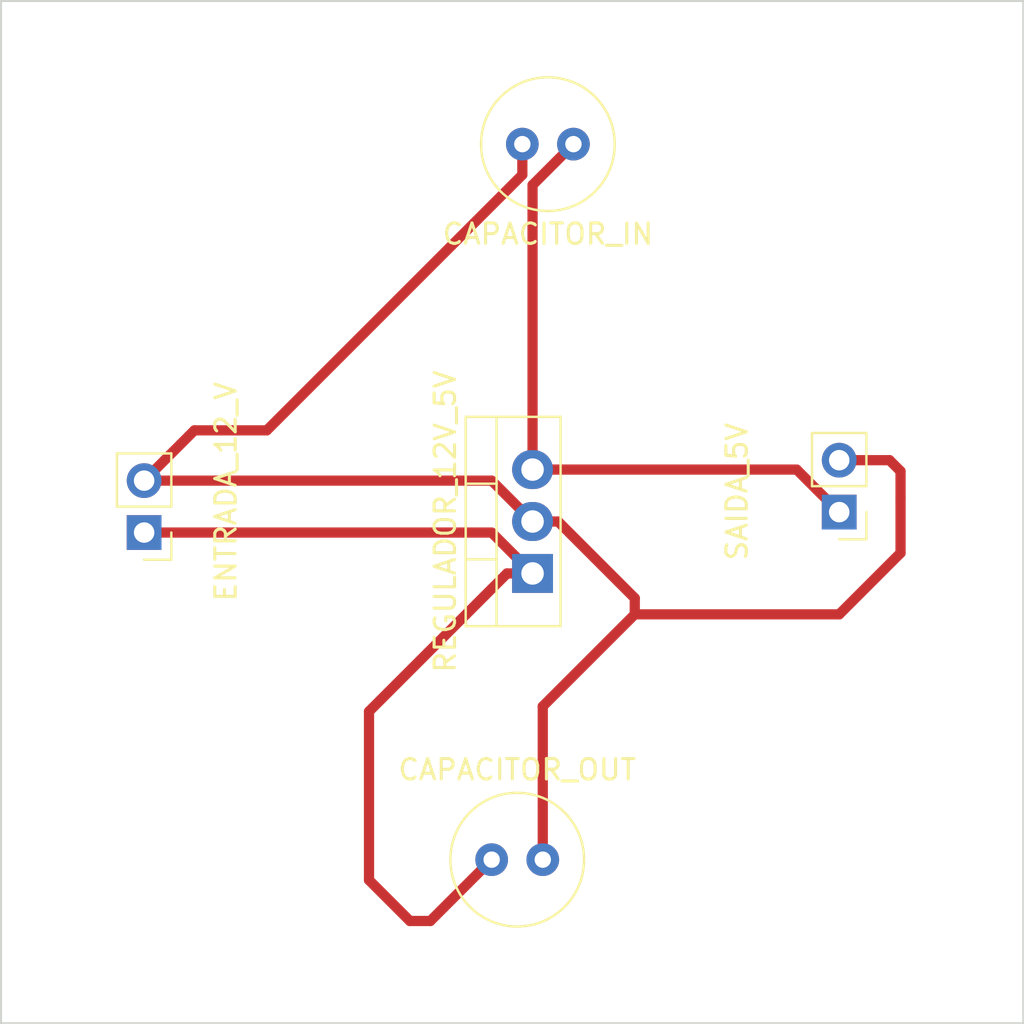
<source format=kicad_pcb>
(kicad_pcb (version 20171130) (host pcbnew 5.1.5-52549c5~86~ubuntu18.04.1)

  (general
    (thickness 1.6)
    (drawings 4)
    (tracks 31)
    (zones 0)
    (modules 5)
    (nets 4)
  )

  (page A4)
  (layers
    (0 F.Cu signal)
    (31 B.Cu signal)
    (32 B.Adhes user)
    (33 F.Adhes user)
    (34 B.Paste user)
    (35 F.Paste user)
    (36 B.SilkS user)
    (37 F.SilkS user)
    (38 B.Mask user)
    (39 F.Mask user)
    (40 Dwgs.User user)
    (41 Cmts.User user)
    (42 Eco1.User user)
    (43 Eco2.User user)
    (44 Edge.Cuts user)
    (45 Margin user)
    (46 B.CrtYd user)
    (47 F.CrtYd user)
    (48 B.Fab user)
    (49 F.Fab user)
  )

  (setup
    (last_trace_width 0.25)
    (user_trace_width 50)
    (trace_clearance 0.2)
    (zone_clearance 0.508)
    (zone_45_only no)
    (trace_min 0.2)
    (via_size 0.8)
    (via_drill 0.4)
    (via_min_size 0.4)
    (via_min_drill 0.3)
    (uvia_size 0.3)
    (uvia_drill 0.1)
    (uvias_allowed no)
    (uvia_min_size 0.2)
    (uvia_min_drill 0.1)
    (edge_width 0.05)
    (segment_width 0.2)
    (pcb_text_width 0.3)
    (pcb_text_size 1.5 1.5)
    (mod_edge_width 0.12)
    (mod_text_size 1 1)
    (mod_text_width 0.15)
    (pad_size 1.524 1.524)
    (pad_drill 0.762)
    (pad_to_mask_clearance 0.051)
    (solder_mask_min_width 0.25)
    (aux_axis_origin 160 70)
    (visible_elements 7FFFFFFF)
    (pcbplotparams
      (layerselection 0x010fc_ffffffff)
      (usegerberextensions false)
      (usegerberattributes false)
      (usegerberadvancedattributes false)
      (creategerberjobfile false)
      (excludeedgelayer true)
      (linewidth 0.100000)
      (plotframeref false)
      (viasonmask false)
      (mode 1)
      (useauxorigin false)
      (hpglpennumber 1)
      (hpglpenspeed 20)
      (hpglpendiameter 15.000000)
      (psnegative false)
      (psa4output false)
      (plotreference true)
      (plotvalue true)
      (plotinvisibletext false)
      (padsonsilk false)
      (subtractmaskfromsilk false)
      (outputformat 1)
      (mirror false)
      (drillshape 1)
      (scaleselection 1)
      (outputdirectory ""))
  )

  (net 0 "")
  (net 1 "Net-(C1-Pad2)")
  (net 2 "Net-(C1-Pad1)")
  (net 3 "Net-(C2-Pad1)")

  (net_class Default "Esta é a classe de rede padrão."
    (clearance 0.2)
    (trace_width 0.25)
    (via_dia 0.8)
    (via_drill 0.4)
    (uvia_dia 0.3)
    (uvia_drill 0.1)
    (add_net "Net-(C1-Pad1)")
    (add_net "Net-(C1-Pad2)")
    (add_net "Net-(C2-Pad1)")
  )

  (module Capacitor_THT:C_Radial_D6.3mm_H5.0mm_P2.50mm (layer F.Cu) (tedit 5BC5C9B9) (tstamp 5E946FE2)
    (at 163 52 180)
    (descr "C, Radial series, Radial, pin pitch=2.50mm, diameter=6.3mm, height=5mm, Non-Polar Electrolytic Capacitor")
    (tags "C Radial series Radial pin pitch 2.50mm diameter 6.3mm height 5mm Non-Polar Electrolytic Capacitor")
    (path /5E6CDEEE)
    (fp_text reference CAPACITOR_IN (at 1.25 -4.4) (layer F.SilkS)
      (effects (font (size 1 1) (thickness 0.15)))
    )
    (fp_text value C (at 1.25 4.4) (layer F.Fab)
      (effects (font (size 1 1) (thickness 0.15)))
    )
    (fp_text user %R (at 1.25 0) (layer F.Fab)
      (effects (font (size 1 1) (thickness 0.15)))
    )
    (fp_circle (center 1.25 0) (end 4.65 0) (layer F.CrtYd) (width 0.05))
    (fp_circle (center 1.25 0) (end 4.52 0) (layer F.SilkS) (width 0.12))
    (fp_circle (center 1.25 0) (end 4.4 0) (layer F.Fab) (width 0.1))
    (pad 2 thru_hole circle (at 2.5 0 180) (size 1.6 1.6) (drill 0.8) (layers *.Cu *.Mask)
      (net 1 "Net-(C1-Pad2)"))
    (pad 1 thru_hole circle (at 0 0 180) (size 1.6 1.6) (drill 0.8) (layers *.Cu *.Mask)
      (net 3 "Net-(C2-Pad1)"))
    (model ${KISYS3DMOD}/Capacitor_THT.3dshapes/C_Radial_D6.3mm_H5.0mm_P2.50mm.wrl
      (at (xyz 0 0 0))
      (scale (xyz 1 1 1))
      (rotate (xyz 0 0 0))
    )
  )

  (module Capacitor_THT:C_Radial_D6.3mm_H5.0mm_P2.50mm (layer F.Cu) (tedit 5BC5C9B9) (tstamp 5E946FD8)
    (at 159 87)
    (descr "C, Radial series, Radial, pin pitch=2.50mm, diameter=6.3mm, height=5mm, Non-Polar Electrolytic Capacitor")
    (tags "C Radial series Radial pin pitch 2.50mm diameter 6.3mm height 5mm Non-Polar Electrolytic Capacitor")
    (path /5E6CD859)
    (fp_text reference CAPACITOR_OUT (at 1.25 -4.4) (layer F.SilkS)
      (effects (font (size 1 1) (thickness 0.15)))
    )
    (fp_text value C (at 1.25 4.4) (layer F.Fab)
      (effects (font (size 1 1) (thickness 0.15)))
    )
    (fp_text user %R (at 1.25 0) (layer F.Fab)
      (effects (font (size 1 1) (thickness 0.15)))
    )
    (fp_circle (center 1.25 0) (end 4.65 0) (layer F.CrtYd) (width 0.05))
    (fp_circle (center 1.25 0) (end 4.52 0) (layer F.SilkS) (width 0.12))
    (fp_circle (center 1.25 0) (end 4.4 0) (layer F.Fab) (width 0.1))
    (pad 2 thru_hole circle (at 2.5 0) (size 1.6 1.6) (drill 0.8) (layers *.Cu *.Mask)
      (net 1 "Net-(C1-Pad2)"))
    (pad 1 thru_hole circle (at 0 0) (size 1.6 1.6) (drill 0.8) (layers *.Cu *.Mask)
      (net 2 "Net-(C1-Pad1)"))
    (model ${KISYS3DMOD}/Capacitor_THT.3dshapes/C_Radial_D6.3mm_H5.0mm_P2.50mm.wrl
      (at (xyz 0 0 0))
      (scale (xyz 1 1 1))
      (rotate (xyz 0 0 0))
    )
  )

  (module Package_TO_SOT_THT:TO-220-3_Vertical (layer F.Cu) (tedit 5AC8BA0D) (tstamp 5E946AD2)
    (at 161 73 90)
    (descr "TO-220-3, Vertical, RM 2.54mm, see https://www.vishay.com/docs/66542/to-220-1.pdf")
    (tags "TO-220-3 Vertical RM 2.54mm")
    (path /5E6E5756)
    (fp_text reference REGULADOR_12V_5V (at 2.54 -4.27 90) (layer F.SilkS)
      (effects (font (size 1 1) (thickness 0.15)))
    )
    (fp_text value LM7805_TO220 (at 2.54 2.5 90) (layer F.Fab)
      (effects (font (size 1 1) (thickness 0.15)))
    )
    (fp_text user %R (at 2.54 -4.27 90) (layer F.Fab)
      (effects (font (size 1 1) (thickness 0.15)))
    )
    (fp_line (start 7.79 -3.4) (end -2.71 -3.4) (layer F.CrtYd) (width 0.05))
    (fp_line (start 7.79 1.51) (end 7.79 -3.4) (layer F.CrtYd) (width 0.05))
    (fp_line (start -2.71 1.51) (end 7.79 1.51) (layer F.CrtYd) (width 0.05))
    (fp_line (start -2.71 -3.4) (end -2.71 1.51) (layer F.CrtYd) (width 0.05))
    (fp_line (start 4.391 -3.27) (end 4.391 -1.76) (layer F.SilkS) (width 0.12))
    (fp_line (start 0.69 -3.27) (end 0.69 -1.76) (layer F.SilkS) (width 0.12))
    (fp_line (start -2.58 -1.76) (end 7.66 -1.76) (layer F.SilkS) (width 0.12))
    (fp_line (start 7.66 -3.27) (end 7.66 1.371) (layer F.SilkS) (width 0.12))
    (fp_line (start -2.58 -3.27) (end -2.58 1.371) (layer F.SilkS) (width 0.12))
    (fp_line (start -2.58 1.371) (end 7.66 1.371) (layer F.SilkS) (width 0.12))
    (fp_line (start -2.58 -3.27) (end 7.66 -3.27) (layer F.SilkS) (width 0.12))
    (fp_line (start 4.39 -3.15) (end 4.39 -1.88) (layer F.Fab) (width 0.1))
    (fp_line (start 0.69 -3.15) (end 0.69 -1.88) (layer F.Fab) (width 0.1))
    (fp_line (start -2.46 -1.88) (end 7.54 -1.88) (layer F.Fab) (width 0.1))
    (fp_line (start 7.54 -3.15) (end -2.46 -3.15) (layer F.Fab) (width 0.1))
    (fp_line (start 7.54 1.25) (end 7.54 -3.15) (layer F.Fab) (width 0.1))
    (fp_line (start -2.46 1.25) (end 7.54 1.25) (layer F.Fab) (width 0.1))
    (fp_line (start -2.46 -3.15) (end -2.46 1.25) (layer F.Fab) (width 0.1))
    (pad 3 thru_hole oval (at 5.08 0 90) (size 1.905 2) (drill 1.1) (layers *.Cu *.Mask)
      (net 3 "Net-(C2-Pad1)"))
    (pad 2 thru_hole oval (at 2.54 0 90) (size 1.905 2) (drill 1.1) (layers *.Cu *.Mask)
      (net 1 "Net-(C1-Pad2)"))
    (pad 1 thru_hole rect (at 0 0 90) (size 1.905 2) (drill 1.1) (layers *.Cu *.Mask)
      (net 2 "Net-(C1-Pad1)"))
    (model ${KISYS3DMOD}/Package_TO_SOT_THT.3dshapes/TO-220-3_Vertical.wrl
      (at (xyz 0 0 0))
      (scale (xyz 1 1 1))
      (rotate (xyz 0 0 0))
    )
  )

  (module Connector_PinHeader_2.54mm:PinHeader_1x02_P2.54mm_Vertical (layer F.Cu) (tedit 59FED5CC) (tstamp 5E946B34)
    (at 176 70 180)
    (descr "Through hole straight pin header, 1x02, 2.54mm pitch, single row")
    (tags "Through hole pin header THT 1x02 2.54mm single row")
    (path /5E6D1807)
    (fp_text reference SAIDA_5V (at 5 1 90) (layer F.SilkS)
      (effects (font (size 1 1) (thickness 0.15)))
    )
    (fp_text value Conn_01x02_Male (at 0 4.87) (layer F.Fab)
      (effects (font (size 1 1) (thickness 0.15)))
    )
    (fp_text user %R (at 0 1.27 90) (layer F.Fab)
      (effects (font (size 1 1) (thickness 0.15)))
    )
    (fp_line (start 1.8 -1.8) (end -1.8 -1.8) (layer F.CrtYd) (width 0.05))
    (fp_line (start 1.8 4.35) (end 1.8 -1.8) (layer F.CrtYd) (width 0.05))
    (fp_line (start -1.8 4.35) (end 1.8 4.35) (layer F.CrtYd) (width 0.05))
    (fp_line (start -1.8 -1.8) (end -1.8 4.35) (layer F.CrtYd) (width 0.05))
    (fp_line (start -1.33 -1.33) (end 0 -1.33) (layer F.SilkS) (width 0.12))
    (fp_line (start -1.33 0) (end -1.33 -1.33) (layer F.SilkS) (width 0.12))
    (fp_line (start -1.33 1.27) (end 1.33 1.27) (layer F.SilkS) (width 0.12))
    (fp_line (start 1.33 1.27) (end 1.33 3.87) (layer F.SilkS) (width 0.12))
    (fp_line (start -1.33 1.27) (end -1.33 3.87) (layer F.SilkS) (width 0.12))
    (fp_line (start -1.33 3.87) (end 1.33 3.87) (layer F.SilkS) (width 0.12))
    (fp_line (start -1.27 -0.635) (end -0.635 -1.27) (layer F.Fab) (width 0.1))
    (fp_line (start -1.27 3.81) (end -1.27 -0.635) (layer F.Fab) (width 0.1))
    (fp_line (start 1.27 3.81) (end -1.27 3.81) (layer F.Fab) (width 0.1))
    (fp_line (start 1.27 -1.27) (end 1.27 3.81) (layer F.Fab) (width 0.1))
    (fp_line (start -0.635 -1.27) (end 1.27 -1.27) (layer F.Fab) (width 0.1))
    (pad 2 thru_hole oval (at 0 2.54 180) (size 1.7 1.7) (drill 1) (layers *.Cu *.Mask)
      (net 1 "Net-(C1-Pad2)"))
    (pad 1 thru_hole rect (at 0 0 180) (size 1.7 1.7) (drill 1) (layers *.Cu *.Mask)
      (net 3 "Net-(C2-Pad1)"))
    (model ${KISYS3DMOD}/Connector_PinHeader_2.54mm.3dshapes/PinHeader_1x02_P2.54mm_Vertical.wrl
      (at (xyz 0 0 0))
      (scale (xyz 1 1 1))
      (rotate (xyz 0 0 0))
    )
  )

  (module Connector_PinHeader_2.54mm:PinHeader_1x02_P2.54mm_Vertical (layer F.Cu) (tedit 59FED5CC) (tstamp 5E946B73)
    (at 142 71 180)
    (descr "Through hole straight pin header, 1x02, 2.54mm pitch, single row")
    (tags "Through hole pin header THT 1x02 2.54mm single row")
    (path /5E6CFE19)
    (fp_text reference ENTRADA_12_V (at -4 2 90) (layer F.SilkS)
      (effects (font (size 1 1) (thickness 0.15)))
    )
    (fp_text value Conn_01x02_Male (at 0 4.87) (layer F.Fab)
      (effects (font (size 1 1) (thickness 0.15)))
    )
    (fp_text user %R (at 0 1.27 90) (layer F.Fab)
      (effects (font (size 1 1) (thickness 0.15)))
    )
    (fp_line (start 1.8 -1.8) (end -1.8 -1.8) (layer F.CrtYd) (width 0.05))
    (fp_line (start 1.8 4.35) (end 1.8 -1.8) (layer F.CrtYd) (width 0.05))
    (fp_line (start -1.8 4.35) (end 1.8 4.35) (layer F.CrtYd) (width 0.05))
    (fp_line (start -1.8 -1.8) (end -1.8 4.35) (layer F.CrtYd) (width 0.05))
    (fp_line (start -1.33 -1.33) (end 0 -1.33) (layer F.SilkS) (width 0.12))
    (fp_line (start -1.33 0) (end -1.33 -1.33) (layer F.SilkS) (width 0.12))
    (fp_line (start -1.33 1.27) (end 1.33 1.27) (layer F.SilkS) (width 0.12))
    (fp_line (start 1.33 1.27) (end 1.33 3.87) (layer F.SilkS) (width 0.12))
    (fp_line (start -1.33 1.27) (end -1.33 3.87) (layer F.SilkS) (width 0.12))
    (fp_line (start -1.33 3.87) (end 1.33 3.87) (layer F.SilkS) (width 0.12))
    (fp_line (start -1.27 -0.635) (end -0.635 -1.27) (layer F.Fab) (width 0.1))
    (fp_line (start -1.27 3.81) (end -1.27 -0.635) (layer F.Fab) (width 0.1))
    (fp_line (start 1.27 3.81) (end -1.27 3.81) (layer F.Fab) (width 0.1))
    (fp_line (start 1.27 -1.27) (end 1.27 3.81) (layer F.Fab) (width 0.1))
    (fp_line (start -0.635 -1.27) (end 1.27 -1.27) (layer F.Fab) (width 0.1))
    (pad 2 thru_hole oval (at 0 2.54 180) (size 1.7 1.7) (drill 1) (layers *.Cu *.Mask)
      (net 1 "Net-(C1-Pad2)"))
    (pad 1 thru_hole rect (at 0 0 180) (size 1.7 1.7) (drill 1) (layers *.Cu *.Mask)
      (net 2 "Net-(C1-Pad1)"))
    (model ${KISYS3DMOD}/Connector_PinHeader_2.54mm.3dshapes/PinHeader_1x02_P2.54mm_Vertical.wrl
      (at (xyz 0 0 0))
      (scale (xyz 1 1 1))
      (rotate (xyz 0 0 0))
    )
  )

  (gr_line (start 185 45) (end 185 95) (layer Edge.Cuts) (width 0.1))
  (gr_line (start 135 45) (end 185 45) (layer Edge.Cuts) (width 0.1))
  (gr_line (start 135 95) (end 135 45) (layer Edge.Cuts) (width 0.1))
  (gr_line (start 185 95) (end 135 95) (layer Edge.Cuts) (width 0.1))

  (segment (start 160.9525 70.46) (end 161 70.46) (width 0.25) (layer F.Cu) (net 1))
  (segment (start 142 68.46) (end 159 68.46) (width 0.5) (layer F.Cu) (net 1))
  (segment (start 161.5 87) (end 161.5 79.5) (width 0.5) (layer F.Cu) (net 1))
  (segment (start 161.5 79.5) (end 166 75) (width 0.5) (layer F.Cu) (net 1))
  (segment (start 162.25 70.46) (end 161 70.46) (width 0.5) (layer F.Cu) (net 1))
  (segment (start 166 74.21) (end 162.25 70.46) (width 0.5) (layer F.Cu) (net 1))
  (segment (start 166 75) (end 166 74.21) (width 0.5) (layer F.Cu) (net 1))
  (segment (start 160.5 52) (end 160.5 53.5) (width 0.5) (layer F.Cu) (net 1))
  (segment (start 160.5 53.5) (end 148 66) (width 0.5) (layer F.Cu) (net 1))
  (segment (start 144.46 66) (end 142 68.46) (width 0.5) (layer F.Cu) (net 1))
  (segment (start 148 66) (end 144.46 66) (width 0.5) (layer F.Cu) (net 1))
  (segment (start 176 67.46) (end 178.46 67.46) (width 0.5) (layer F.Cu) (net 1))
  (segment (start 178.46 67.46) (end 179 68) (width 0.5) (layer F.Cu) (net 1))
  (segment (start 179 68) (end 179 69.285002) (width 0.5) (layer F.Cu) (net 1))
  (segment (start 179 69.285002) (end 179 72) (width 0.5) (layer F.Cu) (net 1))
  (segment (start 179 72) (end 176 75) (width 0.5) (layer F.Cu) (net 1))
  (segment (start 176 75) (end 166 75) (width 0.5) (layer F.Cu) (net 1))
  (segment (start 159 68.46) (end 161 70.46) (width 0.5) (layer F.Cu) (net 1))
  (segment (start 160.9525 73) (end 161 73) (width 0.25) (layer F.Cu) (net 2))
  (segment (start 142 71) (end 159 71) (width 0.5) (layer F.Cu) (net 2))
  (segment (start 159.75 73) (end 153 79.75) (width 0.5) (layer F.Cu) (net 2))
  (segment (start 161 73) (end 159.75 73) (width 0.5) (layer F.Cu) (net 2))
  (segment (start 153 79.75) (end 153 88) (width 0.5) (layer F.Cu) (net 2))
  (segment (start 153 88) (end 155 90) (width 0.5) (layer F.Cu) (net 2))
  (segment (start 156 90) (end 159 87) (width 0.5) (layer F.Cu) (net 2))
  (segment (start 155 90) (end 156 90) (width 0.5) (layer F.Cu) (net 2))
  (segment (start 159 71) (end 161 73) (width 0.5) (layer F.Cu) (net 2))
  (segment (start 161 54) (end 163 52) (width 0.5) (layer F.Cu) (net 3))
  (segment (start 161 67.92) (end 161 54) (width 0.5) (layer F.Cu) (net 3))
  (segment (start 173.92 67.92) (end 176 70) (width 0.5) (layer F.Cu) (net 3))
  (segment (start 161 67.92) (end 173.92 67.92) (width 0.5) (layer F.Cu) (net 3))

)

</source>
